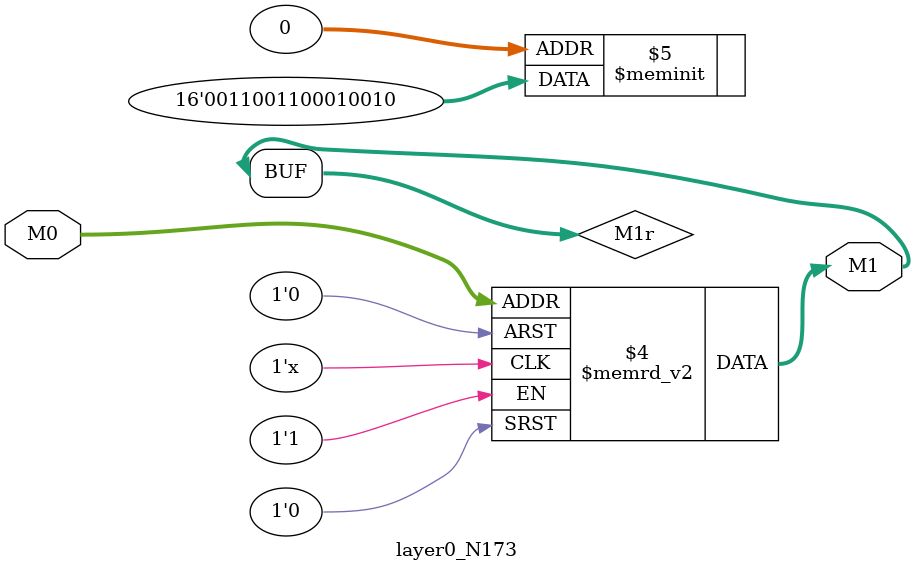
<source format=v>
module layer0_N173 ( input [2:0] M0, output [1:0] M1 );

	(*rom_style = "distributed" *) reg [1:0] M1r;
	assign M1 = M1r;
	always @ (M0) begin
		case (M0)
			3'b000: M1r = 2'b10;
			3'b100: M1r = 2'b11;
			3'b010: M1r = 2'b01;
			3'b110: M1r = 2'b11;
			3'b001: M1r = 2'b00;
			3'b101: M1r = 2'b00;
			3'b011: M1r = 2'b00;
			3'b111: M1r = 2'b00;

		endcase
	end
endmodule

</source>
